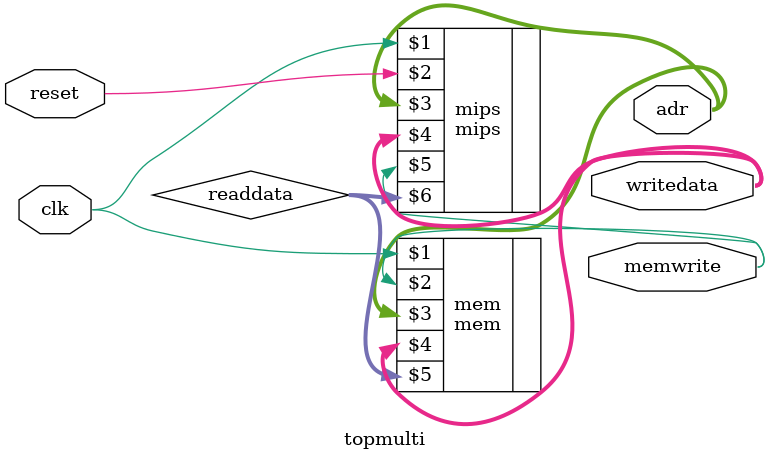
<source format=v>

module topmulti(input         clk, reset, 
                output [31:0] writedata, adr, 
                output        memwrite);

  wire [31:0] readdata;
  
  // instantiate processor and memory
  mips mips(clk, reset, adr, writedata, memwrite, readdata);
  mem mem(clk, memwrite, adr, writedata, readdata);

endmodule

</source>
